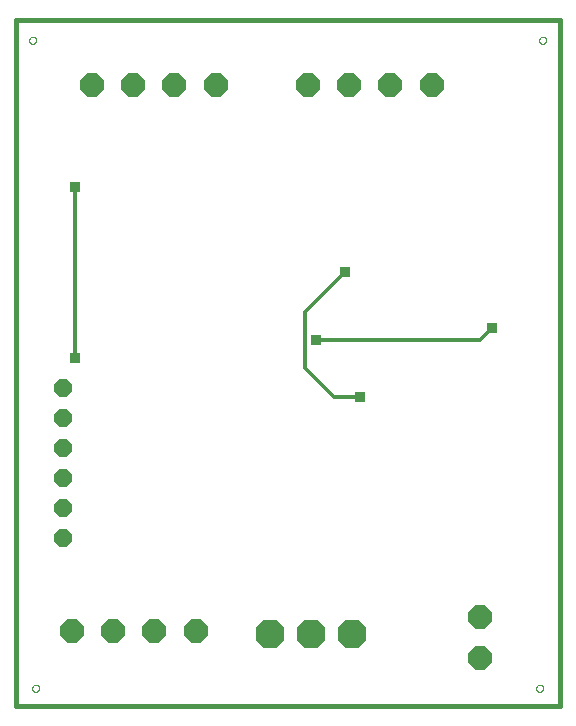
<source format=gtl>
G75*
%MOIN*%
%OFA0B0*%
%FSLAX25Y25*%
%IPPOS*%
%LPD*%
%AMOC8*
5,1,8,0,0,1.08239X$1,22.5*
%
%ADD10C,0.00000*%
%ADD11C,0.01600*%
%ADD12OC8,0.06000*%
%ADD13OC8,0.08000*%
%ADD14OC8,0.09500*%
%ADD15R,0.03562X0.03562*%
%ADD16C,0.01200*%
D10*
X0001900Y0002100D02*
X0001900Y0230801D01*
X0001900Y0231100D02*
X0183071Y0231100D01*
X0183071Y0002100D01*
X0001900Y0002100D01*
X0007219Y0008100D02*
X0007221Y0008169D01*
X0007227Y0008237D01*
X0007237Y0008305D01*
X0007251Y0008372D01*
X0007269Y0008439D01*
X0007290Y0008504D01*
X0007316Y0008568D01*
X0007345Y0008630D01*
X0007377Y0008690D01*
X0007413Y0008749D01*
X0007453Y0008805D01*
X0007495Y0008859D01*
X0007541Y0008910D01*
X0007590Y0008959D01*
X0007641Y0009005D01*
X0007695Y0009047D01*
X0007751Y0009087D01*
X0007809Y0009123D01*
X0007870Y0009155D01*
X0007932Y0009184D01*
X0007996Y0009210D01*
X0008061Y0009231D01*
X0008128Y0009249D01*
X0008195Y0009263D01*
X0008263Y0009273D01*
X0008331Y0009279D01*
X0008400Y0009281D01*
X0008469Y0009279D01*
X0008537Y0009273D01*
X0008605Y0009263D01*
X0008672Y0009249D01*
X0008739Y0009231D01*
X0008804Y0009210D01*
X0008868Y0009184D01*
X0008930Y0009155D01*
X0008990Y0009123D01*
X0009049Y0009087D01*
X0009105Y0009047D01*
X0009159Y0009005D01*
X0009210Y0008959D01*
X0009259Y0008910D01*
X0009305Y0008859D01*
X0009347Y0008805D01*
X0009387Y0008749D01*
X0009423Y0008690D01*
X0009455Y0008630D01*
X0009484Y0008568D01*
X0009510Y0008504D01*
X0009531Y0008439D01*
X0009549Y0008372D01*
X0009563Y0008305D01*
X0009573Y0008237D01*
X0009579Y0008169D01*
X0009581Y0008100D01*
X0009579Y0008031D01*
X0009573Y0007963D01*
X0009563Y0007895D01*
X0009549Y0007828D01*
X0009531Y0007761D01*
X0009510Y0007696D01*
X0009484Y0007632D01*
X0009455Y0007570D01*
X0009423Y0007509D01*
X0009387Y0007451D01*
X0009347Y0007395D01*
X0009305Y0007341D01*
X0009259Y0007290D01*
X0009210Y0007241D01*
X0009159Y0007195D01*
X0009105Y0007153D01*
X0009049Y0007113D01*
X0008991Y0007077D01*
X0008930Y0007045D01*
X0008868Y0007016D01*
X0008804Y0006990D01*
X0008739Y0006969D01*
X0008672Y0006951D01*
X0008605Y0006937D01*
X0008537Y0006927D01*
X0008469Y0006921D01*
X0008400Y0006919D01*
X0008331Y0006921D01*
X0008263Y0006927D01*
X0008195Y0006937D01*
X0008128Y0006951D01*
X0008061Y0006969D01*
X0007996Y0006990D01*
X0007932Y0007016D01*
X0007870Y0007045D01*
X0007809Y0007077D01*
X0007751Y0007113D01*
X0007695Y0007153D01*
X0007641Y0007195D01*
X0007590Y0007241D01*
X0007541Y0007290D01*
X0007495Y0007341D01*
X0007453Y0007395D01*
X0007413Y0007451D01*
X0007377Y0007509D01*
X0007345Y0007570D01*
X0007316Y0007632D01*
X0007290Y0007696D01*
X0007269Y0007761D01*
X0007251Y0007828D01*
X0007237Y0007895D01*
X0007227Y0007963D01*
X0007221Y0008031D01*
X0007219Y0008100D01*
X0175219Y0008100D02*
X0175221Y0008169D01*
X0175227Y0008237D01*
X0175237Y0008305D01*
X0175251Y0008372D01*
X0175269Y0008439D01*
X0175290Y0008504D01*
X0175316Y0008568D01*
X0175345Y0008630D01*
X0175377Y0008690D01*
X0175413Y0008749D01*
X0175453Y0008805D01*
X0175495Y0008859D01*
X0175541Y0008910D01*
X0175590Y0008959D01*
X0175641Y0009005D01*
X0175695Y0009047D01*
X0175751Y0009087D01*
X0175809Y0009123D01*
X0175870Y0009155D01*
X0175932Y0009184D01*
X0175996Y0009210D01*
X0176061Y0009231D01*
X0176128Y0009249D01*
X0176195Y0009263D01*
X0176263Y0009273D01*
X0176331Y0009279D01*
X0176400Y0009281D01*
X0176469Y0009279D01*
X0176537Y0009273D01*
X0176605Y0009263D01*
X0176672Y0009249D01*
X0176739Y0009231D01*
X0176804Y0009210D01*
X0176868Y0009184D01*
X0176930Y0009155D01*
X0176990Y0009123D01*
X0177049Y0009087D01*
X0177105Y0009047D01*
X0177159Y0009005D01*
X0177210Y0008959D01*
X0177259Y0008910D01*
X0177305Y0008859D01*
X0177347Y0008805D01*
X0177387Y0008749D01*
X0177423Y0008690D01*
X0177455Y0008630D01*
X0177484Y0008568D01*
X0177510Y0008504D01*
X0177531Y0008439D01*
X0177549Y0008372D01*
X0177563Y0008305D01*
X0177573Y0008237D01*
X0177579Y0008169D01*
X0177581Y0008100D01*
X0177579Y0008031D01*
X0177573Y0007963D01*
X0177563Y0007895D01*
X0177549Y0007828D01*
X0177531Y0007761D01*
X0177510Y0007696D01*
X0177484Y0007632D01*
X0177455Y0007570D01*
X0177423Y0007509D01*
X0177387Y0007451D01*
X0177347Y0007395D01*
X0177305Y0007341D01*
X0177259Y0007290D01*
X0177210Y0007241D01*
X0177159Y0007195D01*
X0177105Y0007153D01*
X0177049Y0007113D01*
X0176991Y0007077D01*
X0176930Y0007045D01*
X0176868Y0007016D01*
X0176804Y0006990D01*
X0176739Y0006969D01*
X0176672Y0006951D01*
X0176605Y0006937D01*
X0176537Y0006927D01*
X0176469Y0006921D01*
X0176400Y0006919D01*
X0176331Y0006921D01*
X0176263Y0006927D01*
X0176195Y0006937D01*
X0176128Y0006951D01*
X0176061Y0006969D01*
X0175996Y0006990D01*
X0175932Y0007016D01*
X0175870Y0007045D01*
X0175809Y0007077D01*
X0175751Y0007113D01*
X0175695Y0007153D01*
X0175641Y0007195D01*
X0175590Y0007241D01*
X0175541Y0007290D01*
X0175495Y0007341D01*
X0175453Y0007395D01*
X0175413Y0007451D01*
X0175377Y0007509D01*
X0175345Y0007570D01*
X0175316Y0007632D01*
X0175290Y0007696D01*
X0175269Y0007761D01*
X0175251Y0007828D01*
X0175237Y0007895D01*
X0175227Y0007963D01*
X0175221Y0008031D01*
X0175219Y0008100D01*
X0176219Y0224100D02*
X0176221Y0224169D01*
X0176227Y0224237D01*
X0176237Y0224305D01*
X0176251Y0224372D01*
X0176269Y0224439D01*
X0176290Y0224504D01*
X0176316Y0224568D01*
X0176345Y0224630D01*
X0176377Y0224690D01*
X0176413Y0224749D01*
X0176453Y0224805D01*
X0176495Y0224859D01*
X0176541Y0224910D01*
X0176590Y0224959D01*
X0176641Y0225005D01*
X0176695Y0225047D01*
X0176751Y0225087D01*
X0176809Y0225123D01*
X0176870Y0225155D01*
X0176932Y0225184D01*
X0176996Y0225210D01*
X0177061Y0225231D01*
X0177128Y0225249D01*
X0177195Y0225263D01*
X0177263Y0225273D01*
X0177331Y0225279D01*
X0177400Y0225281D01*
X0177469Y0225279D01*
X0177537Y0225273D01*
X0177605Y0225263D01*
X0177672Y0225249D01*
X0177739Y0225231D01*
X0177804Y0225210D01*
X0177868Y0225184D01*
X0177930Y0225155D01*
X0177990Y0225123D01*
X0178049Y0225087D01*
X0178105Y0225047D01*
X0178159Y0225005D01*
X0178210Y0224959D01*
X0178259Y0224910D01*
X0178305Y0224859D01*
X0178347Y0224805D01*
X0178387Y0224749D01*
X0178423Y0224690D01*
X0178455Y0224630D01*
X0178484Y0224568D01*
X0178510Y0224504D01*
X0178531Y0224439D01*
X0178549Y0224372D01*
X0178563Y0224305D01*
X0178573Y0224237D01*
X0178579Y0224169D01*
X0178581Y0224100D01*
X0178579Y0224031D01*
X0178573Y0223963D01*
X0178563Y0223895D01*
X0178549Y0223828D01*
X0178531Y0223761D01*
X0178510Y0223696D01*
X0178484Y0223632D01*
X0178455Y0223570D01*
X0178423Y0223509D01*
X0178387Y0223451D01*
X0178347Y0223395D01*
X0178305Y0223341D01*
X0178259Y0223290D01*
X0178210Y0223241D01*
X0178159Y0223195D01*
X0178105Y0223153D01*
X0178049Y0223113D01*
X0177991Y0223077D01*
X0177930Y0223045D01*
X0177868Y0223016D01*
X0177804Y0222990D01*
X0177739Y0222969D01*
X0177672Y0222951D01*
X0177605Y0222937D01*
X0177537Y0222927D01*
X0177469Y0222921D01*
X0177400Y0222919D01*
X0177331Y0222921D01*
X0177263Y0222927D01*
X0177195Y0222937D01*
X0177128Y0222951D01*
X0177061Y0222969D01*
X0176996Y0222990D01*
X0176932Y0223016D01*
X0176870Y0223045D01*
X0176809Y0223077D01*
X0176751Y0223113D01*
X0176695Y0223153D01*
X0176641Y0223195D01*
X0176590Y0223241D01*
X0176541Y0223290D01*
X0176495Y0223341D01*
X0176453Y0223395D01*
X0176413Y0223451D01*
X0176377Y0223509D01*
X0176345Y0223570D01*
X0176316Y0223632D01*
X0176290Y0223696D01*
X0176269Y0223761D01*
X0176251Y0223828D01*
X0176237Y0223895D01*
X0176227Y0223963D01*
X0176221Y0224031D01*
X0176219Y0224100D01*
X0006219Y0224100D02*
X0006221Y0224169D01*
X0006227Y0224237D01*
X0006237Y0224305D01*
X0006251Y0224372D01*
X0006269Y0224439D01*
X0006290Y0224504D01*
X0006316Y0224568D01*
X0006345Y0224630D01*
X0006377Y0224690D01*
X0006413Y0224749D01*
X0006453Y0224805D01*
X0006495Y0224859D01*
X0006541Y0224910D01*
X0006590Y0224959D01*
X0006641Y0225005D01*
X0006695Y0225047D01*
X0006751Y0225087D01*
X0006809Y0225123D01*
X0006870Y0225155D01*
X0006932Y0225184D01*
X0006996Y0225210D01*
X0007061Y0225231D01*
X0007128Y0225249D01*
X0007195Y0225263D01*
X0007263Y0225273D01*
X0007331Y0225279D01*
X0007400Y0225281D01*
X0007469Y0225279D01*
X0007537Y0225273D01*
X0007605Y0225263D01*
X0007672Y0225249D01*
X0007739Y0225231D01*
X0007804Y0225210D01*
X0007868Y0225184D01*
X0007930Y0225155D01*
X0007990Y0225123D01*
X0008049Y0225087D01*
X0008105Y0225047D01*
X0008159Y0225005D01*
X0008210Y0224959D01*
X0008259Y0224910D01*
X0008305Y0224859D01*
X0008347Y0224805D01*
X0008387Y0224749D01*
X0008423Y0224690D01*
X0008455Y0224630D01*
X0008484Y0224568D01*
X0008510Y0224504D01*
X0008531Y0224439D01*
X0008549Y0224372D01*
X0008563Y0224305D01*
X0008573Y0224237D01*
X0008579Y0224169D01*
X0008581Y0224100D01*
X0008579Y0224031D01*
X0008573Y0223963D01*
X0008563Y0223895D01*
X0008549Y0223828D01*
X0008531Y0223761D01*
X0008510Y0223696D01*
X0008484Y0223632D01*
X0008455Y0223570D01*
X0008423Y0223509D01*
X0008387Y0223451D01*
X0008347Y0223395D01*
X0008305Y0223341D01*
X0008259Y0223290D01*
X0008210Y0223241D01*
X0008159Y0223195D01*
X0008105Y0223153D01*
X0008049Y0223113D01*
X0007991Y0223077D01*
X0007930Y0223045D01*
X0007868Y0223016D01*
X0007804Y0222990D01*
X0007739Y0222969D01*
X0007672Y0222951D01*
X0007605Y0222937D01*
X0007537Y0222927D01*
X0007469Y0222921D01*
X0007400Y0222919D01*
X0007331Y0222921D01*
X0007263Y0222927D01*
X0007195Y0222937D01*
X0007128Y0222951D01*
X0007061Y0222969D01*
X0006996Y0222990D01*
X0006932Y0223016D01*
X0006870Y0223045D01*
X0006809Y0223077D01*
X0006751Y0223113D01*
X0006695Y0223153D01*
X0006641Y0223195D01*
X0006590Y0223241D01*
X0006541Y0223290D01*
X0006495Y0223341D01*
X0006453Y0223395D01*
X0006413Y0223451D01*
X0006377Y0223509D01*
X0006345Y0223570D01*
X0006316Y0223632D01*
X0006290Y0223696D01*
X0006269Y0223761D01*
X0006251Y0223828D01*
X0006237Y0223895D01*
X0006227Y0223963D01*
X0006221Y0224031D01*
X0006219Y0224100D01*
D11*
X0001900Y0230900D02*
X0001900Y0002100D01*
X0183200Y0002100D01*
X0183200Y0230900D01*
X0001900Y0230900D01*
D12*
X0017650Y0108350D03*
X0017650Y0098350D03*
X0017650Y0088350D03*
X0017650Y0078350D03*
X0017650Y0068350D03*
X0017650Y0058350D03*
D13*
X0020400Y0027100D03*
X0034180Y0027100D03*
X0047959Y0027100D03*
X0061739Y0027100D03*
X0156400Y0031880D03*
X0156400Y0018100D03*
X0140400Y0209100D03*
X0126620Y0209100D03*
X0112841Y0209100D03*
X0099061Y0209100D03*
X0068400Y0209100D03*
X0054620Y0209100D03*
X0040841Y0209100D03*
X0027061Y0209100D03*
D14*
X0086400Y0026100D03*
X0100180Y0026100D03*
X0113959Y0026100D03*
D15*
X0116400Y0105100D03*
X0101900Y0124300D03*
X0111400Y0146800D03*
X0160400Y0128100D03*
X0021400Y0118100D03*
X0021400Y0175100D03*
D16*
X0021400Y0118100D01*
X0098300Y0114800D02*
X0098300Y0133700D01*
X0111400Y0146800D01*
X0101900Y0124300D02*
X0156400Y0124100D01*
X0160400Y0128100D01*
X0116400Y0105100D02*
X0107900Y0105100D01*
X0107900Y0105200D01*
X0098300Y0114800D01*
M02*

</source>
